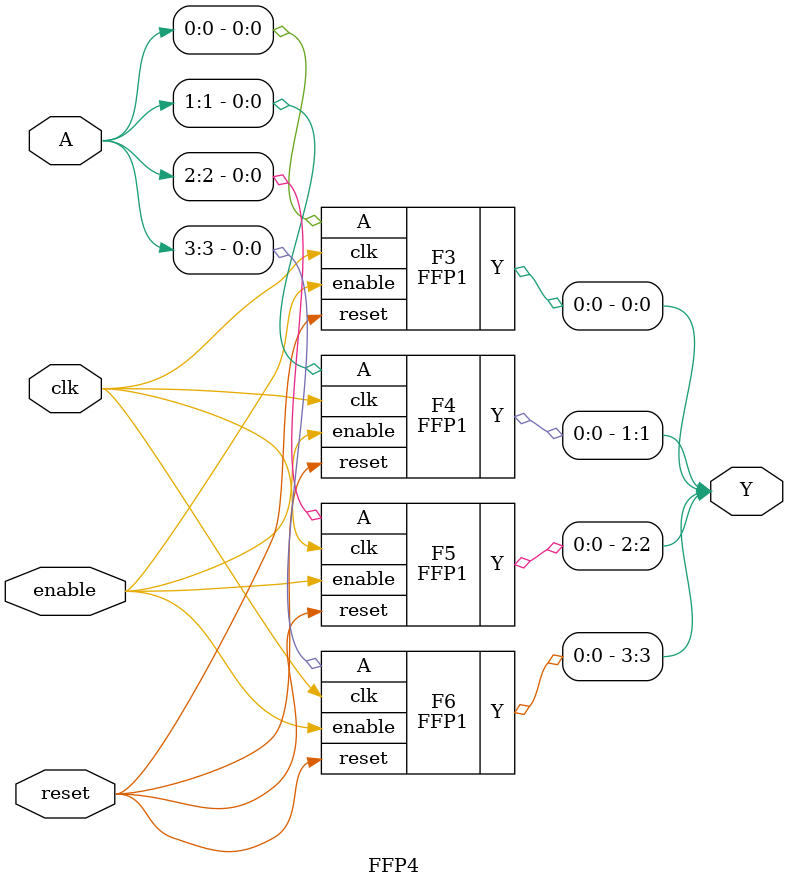
<source format=v>
module FFP1(input wire clk, reset, enable, A, output reg Y);
 always @ (posedge clk or posedge reset) begin
    if (reset)
      Y <= 1'b0;
    else if(enable)
      Y <= A;
  end
endmodule

module FFP2(input wire clk, reset, enable,input wire[1:0] A, output wire[1:0] Y);
  FFP1 F1(clk, reset, enable, A[0], Y[0]);
  FFP1 F2(clk, reset, enable, A[1], Y[1]);
endmodule

module FFP4(input wire clk, reset, enable,input wire[3:0] A, output wire[3:0] Y);
  FFP1 F3(clk, reset, enable, A[0], Y[0]);
  FFP1 F4(clk, reset, enable, A[1], Y[1]);
  FFP1 F5(clk, reset, enable, A[2], Y[2]);
  FFP1 F6(clk, reset, enable, A[3], Y[3]);
endmodule

</source>
